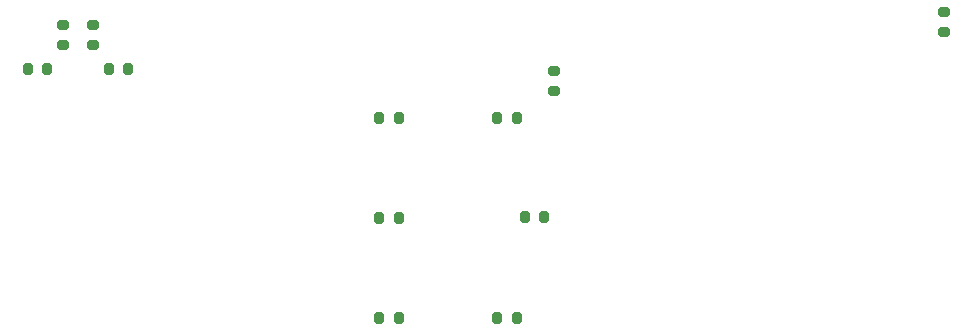
<source format=gbr>
%TF.GenerationSoftware,KiCad,Pcbnew,9.0.3*%
%TF.CreationDate,2025-08-01T16:51:20-05:00*%
%TF.ProjectId,Lab_Sensor_V2,4c61625f-5365-46e7-936f-725f56322e6b,rev?*%
%TF.SameCoordinates,Original*%
%TF.FileFunction,Paste,Top*%
%TF.FilePolarity,Positive*%
%FSLAX46Y46*%
G04 Gerber Fmt 4.6, Leading zero omitted, Abs format (unit mm)*
G04 Created by KiCad (PCBNEW 9.0.3) date 2025-08-01 16:51:20*
%MOMM*%
%LPD*%
G01*
G04 APERTURE LIST*
G04 Aperture macros list*
%AMRoundRect*
0 Rectangle with rounded corners*
0 $1 Rounding radius*
0 $2 $3 $4 $5 $6 $7 $8 $9 X,Y pos of 4 corners*
0 Add a 4 corners polygon primitive as box body*
4,1,4,$2,$3,$4,$5,$6,$7,$8,$9,$2,$3,0*
0 Add four circle primitives for the rounded corners*
1,1,$1+$1,$2,$3*
1,1,$1+$1,$4,$5*
1,1,$1+$1,$6,$7*
1,1,$1+$1,$8,$9*
0 Add four rect primitives between the rounded corners*
20,1,$1+$1,$2,$3,$4,$5,0*
20,1,$1+$1,$4,$5,$6,$7,0*
20,1,$1+$1,$6,$7,$8,$9,0*
20,1,$1+$1,$8,$9,$2,$3,0*%
G04 Aperture macros list end*
%ADD10RoundRect,0.200000X-0.200000X-0.275000X0.200000X-0.275000X0.200000X0.275000X-0.200000X0.275000X0*%
%ADD11RoundRect,0.200000X0.200000X0.275000X-0.200000X0.275000X-0.200000X-0.275000X0.200000X-0.275000X0*%
%ADD12RoundRect,0.200000X0.275000X-0.200000X0.275000X0.200000X-0.275000X0.200000X-0.275000X-0.200000X0*%
%ADD13RoundRect,0.200000X-0.275000X0.200000X-0.275000X-0.200000X0.275000X-0.200000X0.275000X0.200000X0*%
G04 APERTURE END LIST*
D10*
%TO.C,R1*%
X124975000Y-94050000D03*
X126625000Y-94050000D03*
%TD*%
D11*
%TO.C,R3*%
X124325000Y-102600000D03*
X122675000Y-102600000D03*
%TD*%
D10*
%TO.C,R14*%
X89750000Y-81500000D03*
X91400000Y-81500000D03*
%TD*%
D12*
%TO.C,R11*%
X127500000Y-83325000D03*
X127500000Y-81675000D03*
%TD*%
D11*
%TO.C,R4*%
X114325000Y-102600000D03*
X112675000Y-102600000D03*
%TD*%
D12*
%TO.C,R5*%
X85900000Y-79425000D03*
X85900000Y-77775000D03*
%TD*%
D11*
%TO.C,R13*%
X84575000Y-81500000D03*
X82925000Y-81500000D03*
%TD*%
%TO.C,R2*%
X114325000Y-94100000D03*
X112675000Y-94100000D03*
%TD*%
D10*
%TO.C,R10*%
X112675000Y-85600000D03*
X114325000Y-85600000D03*
%TD*%
D12*
%TO.C,R8*%
X160500000Y-78325000D03*
X160500000Y-76675000D03*
%TD*%
D13*
%TO.C,R9*%
X88400000Y-77775000D03*
X88400000Y-79425000D03*
%TD*%
D10*
%TO.C,R12*%
X122675000Y-85600000D03*
X124325000Y-85600000D03*
%TD*%
M02*

</source>
